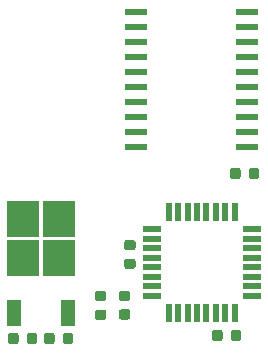
<source format=gbr>
G04 #@! TF.GenerationSoftware,KiCad,Pcbnew,(5.1.0-0)*
G04 #@! TF.CreationDate,2019-04-29T17:32:57-05:00*
G04 #@! TF.ProjectId,splitflap-pcb,73706c69-7466-46c6-9170-2d7063622e6b,rev?*
G04 #@! TF.SameCoordinates,Original*
G04 #@! TF.FileFunction,Paste,Top*
G04 #@! TF.FilePolarity,Positive*
%FSLAX46Y46*%
G04 Gerber Fmt 4.6, Leading zero omitted, Abs format (unit mm)*
G04 Created by KiCad (PCBNEW (5.1.0-0)) date 2019-04-29 17:32:57*
%MOMM*%
%LPD*%
G04 APERTURE LIST*
%ADD10R,2.750000X3.050000*%
%ADD11R,1.200000X2.200000*%
%ADD12R,1.950000X0.600000*%
%ADD13R,1.600000X0.550000*%
%ADD14R,0.550000X1.600000*%
%ADD15C,0.100000*%
%ADD16C,0.875000*%
G04 APERTURE END LIST*
D10*
X113717000Y-122943000D03*
X110667000Y-119593000D03*
X110667000Y-122943000D03*
X113717000Y-119593000D03*
D11*
X114472000Y-127568000D03*
X109912000Y-127568000D03*
D12*
X129700000Y-113513000D03*
X129700000Y-112243000D03*
X129700000Y-110973000D03*
X129700000Y-109703000D03*
X129700000Y-108433000D03*
X129700000Y-107163000D03*
X129700000Y-105893000D03*
X129700000Y-104623000D03*
X129700000Y-103353000D03*
X129700000Y-102083000D03*
X120300000Y-102083000D03*
X120300000Y-103353000D03*
X120300000Y-104623000D03*
X120300000Y-105893000D03*
X120300000Y-107163000D03*
X120300000Y-108433000D03*
X120300000Y-109703000D03*
X120300000Y-110973000D03*
X120300000Y-112243000D03*
X120300000Y-113513000D03*
D13*
X130082000Y-126092000D03*
X130082000Y-125292000D03*
X130082000Y-124492000D03*
X130082000Y-123692000D03*
X130082000Y-122892000D03*
X130082000Y-122092000D03*
X130082000Y-121292000D03*
X130082000Y-120492000D03*
D14*
X128632000Y-119042000D03*
X127832000Y-119042000D03*
X127032000Y-119042000D03*
X126232000Y-119042000D03*
X125432000Y-119042000D03*
X124632000Y-119042000D03*
X123832000Y-119042000D03*
X123032000Y-119042000D03*
D13*
X121582000Y-120492000D03*
X121582000Y-121292000D03*
X121582000Y-122092000D03*
X121582000Y-122892000D03*
X121582000Y-123692000D03*
X121582000Y-124492000D03*
X121582000Y-125292000D03*
X121582000Y-126092000D03*
D14*
X123032000Y-127542000D03*
X123832000Y-127542000D03*
X124632000Y-127542000D03*
X125432000Y-127542000D03*
X126232000Y-127542000D03*
X127032000Y-127542000D03*
X127832000Y-127542000D03*
X128632000Y-127542000D03*
D15*
G36*
X113168691Y-129244053D02*
G01*
X113189926Y-129247203D01*
X113210750Y-129252419D01*
X113230962Y-129259651D01*
X113250368Y-129268830D01*
X113268781Y-129279866D01*
X113286024Y-129292654D01*
X113301930Y-129307070D01*
X113316346Y-129322976D01*
X113329134Y-129340219D01*
X113340170Y-129358632D01*
X113349349Y-129378038D01*
X113356581Y-129398250D01*
X113361797Y-129419074D01*
X113364947Y-129440309D01*
X113366000Y-129461750D01*
X113366000Y-129974250D01*
X113364947Y-129995691D01*
X113361797Y-130016926D01*
X113356581Y-130037750D01*
X113349349Y-130057962D01*
X113340170Y-130077368D01*
X113329134Y-130095781D01*
X113316346Y-130113024D01*
X113301930Y-130128930D01*
X113286024Y-130143346D01*
X113268781Y-130156134D01*
X113250368Y-130167170D01*
X113230962Y-130176349D01*
X113210750Y-130183581D01*
X113189926Y-130188797D01*
X113168691Y-130191947D01*
X113147250Y-130193000D01*
X112709750Y-130193000D01*
X112688309Y-130191947D01*
X112667074Y-130188797D01*
X112646250Y-130183581D01*
X112626038Y-130176349D01*
X112606632Y-130167170D01*
X112588219Y-130156134D01*
X112570976Y-130143346D01*
X112555070Y-130128930D01*
X112540654Y-130113024D01*
X112527866Y-130095781D01*
X112516830Y-130077368D01*
X112507651Y-130057962D01*
X112500419Y-130037750D01*
X112495203Y-130016926D01*
X112492053Y-129995691D01*
X112491000Y-129974250D01*
X112491000Y-129461750D01*
X112492053Y-129440309D01*
X112495203Y-129419074D01*
X112500419Y-129398250D01*
X112507651Y-129378038D01*
X112516830Y-129358632D01*
X112527866Y-129340219D01*
X112540654Y-129322976D01*
X112555070Y-129307070D01*
X112570976Y-129292654D01*
X112588219Y-129279866D01*
X112606632Y-129268830D01*
X112626038Y-129259651D01*
X112646250Y-129252419D01*
X112667074Y-129247203D01*
X112688309Y-129244053D01*
X112709750Y-129243000D01*
X113147250Y-129243000D01*
X113168691Y-129244053D01*
X113168691Y-129244053D01*
G37*
D16*
X112928500Y-129718000D03*
D15*
G36*
X114743691Y-129244053D02*
G01*
X114764926Y-129247203D01*
X114785750Y-129252419D01*
X114805962Y-129259651D01*
X114825368Y-129268830D01*
X114843781Y-129279866D01*
X114861024Y-129292654D01*
X114876930Y-129307070D01*
X114891346Y-129322976D01*
X114904134Y-129340219D01*
X114915170Y-129358632D01*
X114924349Y-129378038D01*
X114931581Y-129398250D01*
X114936797Y-129419074D01*
X114939947Y-129440309D01*
X114941000Y-129461750D01*
X114941000Y-129974250D01*
X114939947Y-129995691D01*
X114936797Y-130016926D01*
X114931581Y-130037750D01*
X114924349Y-130057962D01*
X114915170Y-130077368D01*
X114904134Y-130095781D01*
X114891346Y-130113024D01*
X114876930Y-130128930D01*
X114861024Y-130143346D01*
X114843781Y-130156134D01*
X114825368Y-130167170D01*
X114805962Y-130176349D01*
X114785750Y-130183581D01*
X114764926Y-130188797D01*
X114743691Y-130191947D01*
X114722250Y-130193000D01*
X114284750Y-130193000D01*
X114263309Y-130191947D01*
X114242074Y-130188797D01*
X114221250Y-130183581D01*
X114201038Y-130176349D01*
X114181632Y-130167170D01*
X114163219Y-130156134D01*
X114145976Y-130143346D01*
X114130070Y-130128930D01*
X114115654Y-130113024D01*
X114102866Y-130095781D01*
X114091830Y-130077368D01*
X114082651Y-130057962D01*
X114075419Y-130037750D01*
X114070203Y-130016926D01*
X114067053Y-129995691D01*
X114066000Y-129974250D01*
X114066000Y-129461750D01*
X114067053Y-129440309D01*
X114070203Y-129419074D01*
X114075419Y-129398250D01*
X114082651Y-129378038D01*
X114091830Y-129358632D01*
X114102866Y-129340219D01*
X114115654Y-129322976D01*
X114130070Y-129307070D01*
X114145976Y-129292654D01*
X114163219Y-129279866D01*
X114181632Y-129268830D01*
X114201038Y-129259651D01*
X114221250Y-129252419D01*
X114242074Y-129247203D01*
X114263309Y-129244053D01*
X114284750Y-129243000D01*
X114722250Y-129243000D01*
X114743691Y-129244053D01*
X114743691Y-129244053D01*
G37*
D16*
X114503500Y-129718000D03*
D15*
G36*
X110120691Y-129244053D02*
G01*
X110141926Y-129247203D01*
X110162750Y-129252419D01*
X110182962Y-129259651D01*
X110202368Y-129268830D01*
X110220781Y-129279866D01*
X110238024Y-129292654D01*
X110253930Y-129307070D01*
X110268346Y-129322976D01*
X110281134Y-129340219D01*
X110292170Y-129358632D01*
X110301349Y-129378038D01*
X110308581Y-129398250D01*
X110313797Y-129419074D01*
X110316947Y-129440309D01*
X110318000Y-129461750D01*
X110318000Y-129974250D01*
X110316947Y-129995691D01*
X110313797Y-130016926D01*
X110308581Y-130037750D01*
X110301349Y-130057962D01*
X110292170Y-130077368D01*
X110281134Y-130095781D01*
X110268346Y-130113024D01*
X110253930Y-130128930D01*
X110238024Y-130143346D01*
X110220781Y-130156134D01*
X110202368Y-130167170D01*
X110182962Y-130176349D01*
X110162750Y-130183581D01*
X110141926Y-130188797D01*
X110120691Y-130191947D01*
X110099250Y-130193000D01*
X109661750Y-130193000D01*
X109640309Y-130191947D01*
X109619074Y-130188797D01*
X109598250Y-130183581D01*
X109578038Y-130176349D01*
X109558632Y-130167170D01*
X109540219Y-130156134D01*
X109522976Y-130143346D01*
X109507070Y-130128930D01*
X109492654Y-130113024D01*
X109479866Y-130095781D01*
X109468830Y-130077368D01*
X109459651Y-130057962D01*
X109452419Y-130037750D01*
X109447203Y-130016926D01*
X109444053Y-129995691D01*
X109443000Y-129974250D01*
X109443000Y-129461750D01*
X109444053Y-129440309D01*
X109447203Y-129419074D01*
X109452419Y-129398250D01*
X109459651Y-129378038D01*
X109468830Y-129358632D01*
X109479866Y-129340219D01*
X109492654Y-129322976D01*
X109507070Y-129307070D01*
X109522976Y-129292654D01*
X109540219Y-129279866D01*
X109558632Y-129268830D01*
X109578038Y-129259651D01*
X109598250Y-129252419D01*
X109619074Y-129247203D01*
X109640309Y-129244053D01*
X109661750Y-129243000D01*
X110099250Y-129243000D01*
X110120691Y-129244053D01*
X110120691Y-129244053D01*
G37*
D16*
X109880500Y-129718000D03*
D15*
G36*
X111695691Y-129244053D02*
G01*
X111716926Y-129247203D01*
X111737750Y-129252419D01*
X111757962Y-129259651D01*
X111777368Y-129268830D01*
X111795781Y-129279866D01*
X111813024Y-129292654D01*
X111828930Y-129307070D01*
X111843346Y-129322976D01*
X111856134Y-129340219D01*
X111867170Y-129358632D01*
X111876349Y-129378038D01*
X111883581Y-129398250D01*
X111888797Y-129419074D01*
X111891947Y-129440309D01*
X111893000Y-129461750D01*
X111893000Y-129974250D01*
X111891947Y-129995691D01*
X111888797Y-130016926D01*
X111883581Y-130037750D01*
X111876349Y-130057962D01*
X111867170Y-130077368D01*
X111856134Y-130095781D01*
X111843346Y-130113024D01*
X111828930Y-130128930D01*
X111813024Y-130143346D01*
X111795781Y-130156134D01*
X111777368Y-130167170D01*
X111757962Y-130176349D01*
X111737750Y-130183581D01*
X111716926Y-130188797D01*
X111695691Y-130191947D01*
X111674250Y-130193000D01*
X111236750Y-130193000D01*
X111215309Y-130191947D01*
X111194074Y-130188797D01*
X111173250Y-130183581D01*
X111153038Y-130176349D01*
X111133632Y-130167170D01*
X111115219Y-130156134D01*
X111097976Y-130143346D01*
X111082070Y-130128930D01*
X111067654Y-130113024D01*
X111054866Y-130095781D01*
X111043830Y-130077368D01*
X111034651Y-130057962D01*
X111027419Y-130037750D01*
X111022203Y-130016926D01*
X111019053Y-129995691D01*
X111018000Y-129974250D01*
X111018000Y-129461750D01*
X111019053Y-129440309D01*
X111022203Y-129419074D01*
X111027419Y-129398250D01*
X111034651Y-129378038D01*
X111043830Y-129358632D01*
X111054866Y-129340219D01*
X111067654Y-129322976D01*
X111082070Y-129307070D01*
X111097976Y-129292654D01*
X111115219Y-129279866D01*
X111133632Y-129268830D01*
X111153038Y-129259651D01*
X111173250Y-129252419D01*
X111194074Y-129247203D01*
X111215309Y-129244053D01*
X111236750Y-129243000D01*
X111674250Y-129243000D01*
X111695691Y-129244053D01*
X111695691Y-129244053D01*
G37*
D16*
X111455500Y-129718000D03*
D15*
G36*
X120027691Y-122957053D02*
G01*
X120048926Y-122960203D01*
X120069750Y-122965419D01*
X120089962Y-122972651D01*
X120109368Y-122981830D01*
X120127781Y-122992866D01*
X120145024Y-123005654D01*
X120160930Y-123020070D01*
X120175346Y-123035976D01*
X120188134Y-123053219D01*
X120199170Y-123071632D01*
X120208349Y-123091038D01*
X120215581Y-123111250D01*
X120220797Y-123132074D01*
X120223947Y-123153309D01*
X120225000Y-123174750D01*
X120225000Y-123612250D01*
X120223947Y-123633691D01*
X120220797Y-123654926D01*
X120215581Y-123675750D01*
X120208349Y-123695962D01*
X120199170Y-123715368D01*
X120188134Y-123733781D01*
X120175346Y-123751024D01*
X120160930Y-123766930D01*
X120145024Y-123781346D01*
X120127781Y-123794134D01*
X120109368Y-123805170D01*
X120089962Y-123814349D01*
X120069750Y-123821581D01*
X120048926Y-123826797D01*
X120027691Y-123829947D01*
X120006250Y-123831000D01*
X119493750Y-123831000D01*
X119472309Y-123829947D01*
X119451074Y-123826797D01*
X119430250Y-123821581D01*
X119410038Y-123814349D01*
X119390632Y-123805170D01*
X119372219Y-123794134D01*
X119354976Y-123781346D01*
X119339070Y-123766930D01*
X119324654Y-123751024D01*
X119311866Y-123733781D01*
X119300830Y-123715368D01*
X119291651Y-123695962D01*
X119284419Y-123675750D01*
X119279203Y-123654926D01*
X119276053Y-123633691D01*
X119275000Y-123612250D01*
X119275000Y-123174750D01*
X119276053Y-123153309D01*
X119279203Y-123132074D01*
X119284419Y-123111250D01*
X119291651Y-123091038D01*
X119300830Y-123071632D01*
X119311866Y-123053219D01*
X119324654Y-123035976D01*
X119339070Y-123020070D01*
X119354976Y-123005654D01*
X119372219Y-122992866D01*
X119390632Y-122981830D01*
X119410038Y-122972651D01*
X119430250Y-122965419D01*
X119451074Y-122960203D01*
X119472309Y-122957053D01*
X119493750Y-122956000D01*
X120006250Y-122956000D01*
X120027691Y-122957053D01*
X120027691Y-122957053D01*
G37*
D16*
X119750000Y-123393500D03*
D15*
G36*
X120027691Y-121382053D02*
G01*
X120048926Y-121385203D01*
X120069750Y-121390419D01*
X120089962Y-121397651D01*
X120109368Y-121406830D01*
X120127781Y-121417866D01*
X120145024Y-121430654D01*
X120160930Y-121445070D01*
X120175346Y-121460976D01*
X120188134Y-121478219D01*
X120199170Y-121496632D01*
X120208349Y-121516038D01*
X120215581Y-121536250D01*
X120220797Y-121557074D01*
X120223947Y-121578309D01*
X120225000Y-121599750D01*
X120225000Y-122037250D01*
X120223947Y-122058691D01*
X120220797Y-122079926D01*
X120215581Y-122100750D01*
X120208349Y-122120962D01*
X120199170Y-122140368D01*
X120188134Y-122158781D01*
X120175346Y-122176024D01*
X120160930Y-122191930D01*
X120145024Y-122206346D01*
X120127781Y-122219134D01*
X120109368Y-122230170D01*
X120089962Y-122239349D01*
X120069750Y-122246581D01*
X120048926Y-122251797D01*
X120027691Y-122254947D01*
X120006250Y-122256000D01*
X119493750Y-122256000D01*
X119472309Y-122254947D01*
X119451074Y-122251797D01*
X119430250Y-122246581D01*
X119410038Y-122239349D01*
X119390632Y-122230170D01*
X119372219Y-122219134D01*
X119354976Y-122206346D01*
X119339070Y-122191930D01*
X119324654Y-122176024D01*
X119311866Y-122158781D01*
X119300830Y-122140368D01*
X119291651Y-122120962D01*
X119284419Y-122100750D01*
X119279203Y-122079926D01*
X119276053Y-122058691D01*
X119275000Y-122037250D01*
X119275000Y-121599750D01*
X119276053Y-121578309D01*
X119279203Y-121557074D01*
X119284419Y-121536250D01*
X119291651Y-121516038D01*
X119300830Y-121496632D01*
X119311866Y-121478219D01*
X119324654Y-121460976D01*
X119339070Y-121445070D01*
X119354976Y-121430654D01*
X119372219Y-121417866D01*
X119390632Y-121406830D01*
X119410038Y-121397651D01*
X119430250Y-121390419D01*
X119451074Y-121385203D01*
X119472309Y-121382053D01*
X119493750Y-121381000D01*
X120006250Y-121381000D01*
X120027691Y-121382053D01*
X120027691Y-121382053D01*
G37*
D16*
X119750000Y-121818500D03*
D15*
G36*
X128967691Y-128990053D02*
G01*
X128988926Y-128993203D01*
X129009750Y-128998419D01*
X129029962Y-129005651D01*
X129049368Y-129014830D01*
X129067781Y-129025866D01*
X129085024Y-129038654D01*
X129100930Y-129053070D01*
X129115346Y-129068976D01*
X129128134Y-129086219D01*
X129139170Y-129104632D01*
X129148349Y-129124038D01*
X129155581Y-129144250D01*
X129160797Y-129165074D01*
X129163947Y-129186309D01*
X129165000Y-129207750D01*
X129165000Y-129720250D01*
X129163947Y-129741691D01*
X129160797Y-129762926D01*
X129155581Y-129783750D01*
X129148349Y-129803962D01*
X129139170Y-129823368D01*
X129128134Y-129841781D01*
X129115346Y-129859024D01*
X129100930Y-129874930D01*
X129085024Y-129889346D01*
X129067781Y-129902134D01*
X129049368Y-129913170D01*
X129029962Y-129922349D01*
X129009750Y-129929581D01*
X128988926Y-129934797D01*
X128967691Y-129937947D01*
X128946250Y-129939000D01*
X128508750Y-129939000D01*
X128487309Y-129937947D01*
X128466074Y-129934797D01*
X128445250Y-129929581D01*
X128425038Y-129922349D01*
X128405632Y-129913170D01*
X128387219Y-129902134D01*
X128369976Y-129889346D01*
X128354070Y-129874930D01*
X128339654Y-129859024D01*
X128326866Y-129841781D01*
X128315830Y-129823368D01*
X128306651Y-129803962D01*
X128299419Y-129783750D01*
X128294203Y-129762926D01*
X128291053Y-129741691D01*
X128290000Y-129720250D01*
X128290000Y-129207750D01*
X128291053Y-129186309D01*
X128294203Y-129165074D01*
X128299419Y-129144250D01*
X128306651Y-129124038D01*
X128315830Y-129104632D01*
X128326866Y-129086219D01*
X128339654Y-129068976D01*
X128354070Y-129053070D01*
X128369976Y-129038654D01*
X128387219Y-129025866D01*
X128405632Y-129014830D01*
X128425038Y-129005651D01*
X128445250Y-128998419D01*
X128466074Y-128993203D01*
X128487309Y-128990053D01*
X128508750Y-128989000D01*
X128946250Y-128989000D01*
X128967691Y-128990053D01*
X128967691Y-128990053D01*
G37*
D16*
X128727500Y-129464000D03*
D15*
G36*
X127392691Y-128990053D02*
G01*
X127413926Y-128993203D01*
X127434750Y-128998419D01*
X127454962Y-129005651D01*
X127474368Y-129014830D01*
X127492781Y-129025866D01*
X127510024Y-129038654D01*
X127525930Y-129053070D01*
X127540346Y-129068976D01*
X127553134Y-129086219D01*
X127564170Y-129104632D01*
X127573349Y-129124038D01*
X127580581Y-129144250D01*
X127585797Y-129165074D01*
X127588947Y-129186309D01*
X127590000Y-129207750D01*
X127590000Y-129720250D01*
X127588947Y-129741691D01*
X127585797Y-129762926D01*
X127580581Y-129783750D01*
X127573349Y-129803962D01*
X127564170Y-129823368D01*
X127553134Y-129841781D01*
X127540346Y-129859024D01*
X127525930Y-129874930D01*
X127510024Y-129889346D01*
X127492781Y-129902134D01*
X127474368Y-129913170D01*
X127454962Y-129922349D01*
X127434750Y-129929581D01*
X127413926Y-129934797D01*
X127392691Y-129937947D01*
X127371250Y-129939000D01*
X126933750Y-129939000D01*
X126912309Y-129937947D01*
X126891074Y-129934797D01*
X126870250Y-129929581D01*
X126850038Y-129922349D01*
X126830632Y-129913170D01*
X126812219Y-129902134D01*
X126794976Y-129889346D01*
X126779070Y-129874930D01*
X126764654Y-129859024D01*
X126751866Y-129841781D01*
X126740830Y-129823368D01*
X126731651Y-129803962D01*
X126724419Y-129783750D01*
X126719203Y-129762926D01*
X126716053Y-129741691D01*
X126715000Y-129720250D01*
X126715000Y-129207750D01*
X126716053Y-129186309D01*
X126719203Y-129165074D01*
X126724419Y-129144250D01*
X126731651Y-129124038D01*
X126740830Y-129104632D01*
X126751866Y-129086219D01*
X126764654Y-129068976D01*
X126779070Y-129053070D01*
X126794976Y-129038654D01*
X126812219Y-129025866D01*
X126830632Y-129014830D01*
X126850038Y-129005651D01*
X126870250Y-128998419D01*
X126891074Y-128993203D01*
X126912309Y-128990053D01*
X126933750Y-128989000D01*
X127371250Y-128989000D01*
X127392691Y-128990053D01*
X127392691Y-128990053D01*
G37*
D16*
X127152500Y-129464000D03*
D15*
G36*
X117549691Y-127275053D02*
G01*
X117570926Y-127278203D01*
X117591750Y-127283419D01*
X117611962Y-127290651D01*
X117631368Y-127299830D01*
X117649781Y-127310866D01*
X117667024Y-127323654D01*
X117682930Y-127338070D01*
X117697346Y-127353976D01*
X117710134Y-127371219D01*
X117721170Y-127389632D01*
X117730349Y-127409038D01*
X117737581Y-127429250D01*
X117742797Y-127450074D01*
X117745947Y-127471309D01*
X117747000Y-127492750D01*
X117747000Y-127930250D01*
X117745947Y-127951691D01*
X117742797Y-127972926D01*
X117737581Y-127993750D01*
X117730349Y-128013962D01*
X117721170Y-128033368D01*
X117710134Y-128051781D01*
X117697346Y-128069024D01*
X117682930Y-128084930D01*
X117667024Y-128099346D01*
X117649781Y-128112134D01*
X117631368Y-128123170D01*
X117611962Y-128132349D01*
X117591750Y-128139581D01*
X117570926Y-128144797D01*
X117549691Y-128147947D01*
X117528250Y-128149000D01*
X117015750Y-128149000D01*
X116994309Y-128147947D01*
X116973074Y-128144797D01*
X116952250Y-128139581D01*
X116932038Y-128132349D01*
X116912632Y-128123170D01*
X116894219Y-128112134D01*
X116876976Y-128099346D01*
X116861070Y-128084930D01*
X116846654Y-128069024D01*
X116833866Y-128051781D01*
X116822830Y-128033368D01*
X116813651Y-128013962D01*
X116806419Y-127993750D01*
X116801203Y-127972926D01*
X116798053Y-127951691D01*
X116797000Y-127930250D01*
X116797000Y-127492750D01*
X116798053Y-127471309D01*
X116801203Y-127450074D01*
X116806419Y-127429250D01*
X116813651Y-127409038D01*
X116822830Y-127389632D01*
X116833866Y-127371219D01*
X116846654Y-127353976D01*
X116861070Y-127338070D01*
X116876976Y-127323654D01*
X116894219Y-127310866D01*
X116912632Y-127299830D01*
X116932038Y-127290651D01*
X116952250Y-127283419D01*
X116973074Y-127278203D01*
X116994309Y-127275053D01*
X117015750Y-127274000D01*
X117528250Y-127274000D01*
X117549691Y-127275053D01*
X117549691Y-127275053D01*
G37*
D16*
X117272000Y-127711500D03*
D15*
G36*
X117549691Y-125700053D02*
G01*
X117570926Y-125703203D01*
X117591750Y-125708419D01*
X117611962Y-125715651D01*
X117631368Y-125724830D01*
X117649781Y-125735866D01*
X117667024Y-125748654D01*
X117682930Y-125763070D01*
X117697346Y-125778976D01*
X117710134Y-125796219D01*
X117721170Y-125814632D01*
X117730349Y-125834038D01*
X117737581Y-125854250D01*
X117742797Y-125875074D01*
X117745947Y-125896309D01*
X117747000Y-125917750D01*
X117747000Y-126355250D01*
X117745947Y-126376691D01*
X117742797Y-126397926D01*
X117737581Y-126418750D01*
X117730349Y-126438962D01*
X117721170Y-126458368D01*
X117710134Y-126476781D01*
X117697346Y-126494024D01*
X117682930Y-126509930D01*
X117667024Y-126524346D01*
X117649781Y-126537134D01*
X117631368Y-126548170D01*
X117611962Y-126557349D01*
X117591750Y-126564581D01*
X117570926Y-126569797D01*
X117549691Y-126572947D01*
X117528250Y-126574000D01*
X117015750Y-126574000D01*
X116994309Y-126572947D01*
X116973074Y-126569797D01*
X116952250Y-126564581D01*
X116932038Y-126557349D01*
X116912632Y-126548170D01*
X116894219Y-126537134D01*
X116876976Y-126524346D01*
X116861070Y-126509930D01*
X116846654Y-126494024D01*
X116833866Y-126476781D01*
X116822830Y-126458368D01*
X116813651Y-126438962D01*
X116806419Y-126418750D01*
X116801203Y-126397926D01*
X116798053Y-126376691D01*
X116797000Y-126355250D01*
X116797000Y-125917750D01*
X116798053Y-125896309D01*
X116801203Y-125875074D01*
X116806419Y-125854250D01*
X116813651Y-125834038D01*
X116822830Y-125814632D01*
X116833866Y-125796219D01*
X116846654Y-125778976D01*
X116861070Y-125763070D01*
X116876976Y-125748654D01*
X116894219Y-125735866D01*
X116912632Y-125724830D01*
X116932038Y-125715651D01*
X116952250Y-125708419D01*
X116973074Y-125703203D01*
X116994309Y-125700053D01*
X117015750Y-125699000D01*
X117528250Y-125699000D01*
X117549691Y-125700053D01*
X117549691Y-125700053D01*
G37*
D16*
X117272000Y-126136500D03*
D15*
G36*
X119581691Y-127253053D02*
G01*
X119602926Y-127256203D01*
X119623750Y-127261419D01*
X119643962Y-127268651D01*
X119663368Y-127277830D01*
X119681781Y-127288866D01*
X119699024Y-127301654D01*
X119714930Y-127316070D01*
X119729346Y-127331976D01*
X119742134Y-127349219D01*
X119753170Y-127367632D01*
X119762349Y-127387038D01*
X119769581Y-127407250D01*
X119774797Y-127428074D01*
X119777947Y-127449309D01*
X119779000Y-127470750D01*
X119779000Y-127908250D01*
X119777947Y-127929691D01*
X119774797Y-127950926D01*
X119769581Y-127971750D01*
X119762349Y-127991962D01*
X119753170Y-128011368D01*
X119742134Y-128029781D01*
X119729346Y-128047024D01*
X119714930Y-128062930D01*
X119699024Y-128077346D01*
X119681781Y-128090134D01*
X119663368Y-128101170D01*
X119643962Y-128110349D01*
X119623750Y-128117581D01*
X119602926Y-128122797D01*
X119581691Y-128125947D01*
X119560250Y-128127000D01*
X119047750Y-128127000D01*
X119026309Y-128125947D01*
X119005074Y-128122797D01*
X118984250Y-128117581D01*
X118964038Y-128110349D01*
X118944632Y-128101170D01*
X118926219Y-128090134D01*
X118908976Y-128077346D01*
X118893070Y-128062930D01*
X118878654Y-128047024D01*
X118865866Y-128029781D01*
X118854830Y-128011368D01*
X118845651Y-127991962D01*
X118838419Y-127971750D01*
X118833203Y-127950926D01*
X118830053Y-127929691D01*
X118829000Y-127908250D01*
X118829000Y-127470750D01*
X118830053Y-127449309D01*
X118833203Y-127428074D01*
X118838419Y-127407250D01*
X118845651Y-127387038D01*
X118854830Y-127367632D01*
X118865866Y-127349219D01*
X118878654Y-127331976D01*
X118893070Y-127316070D01*
X118908976Y-127301654D01*
X118926219Y-127288866D01*
X118944632Y-127277830D01*
X118964038Y-127268651D01*
X118984250Y-127261419D01*
X119005074Y-127256203D01*
X119026309Y-127253053D01*
X119047750Y-127252000D01*
X119560250Y-127252000D01*
X119581691Y-127253053D01*
X119581691Y-127253053D01*
G37*
D16*
X119304000Y-127689500D03*
D15*
G36*
X119581691Y-125678053D02*
G01*
X119602926Y-125681203D01*
X119623750Y-125686419D01*
X119643962Y-125693651D01*
X119663368Y-125702830D01*
X119681781Y-125713866D01*
X119699024Y-125726654D01*
X119714930Y-125741070D01*
X119729346Y-125756976D01*
X119742134Y-125774219D01*
X119753170Y-125792632D01*
X119762349Y-125812038D01*
X119769581Y-125832250D01*
X119774797Y-125853074D01*
X119777947Y-125874309D01*
X119779000Y-125895750D01*
X119779000Y-126333250D01*
X119777947Y-126354691D01*
X119774797Y-126375926D01*
X119769581Y-126396750D01*
X119762349Y-126416962D01*
X119753170Y-126436368D01*
X119742134Y-126454781D01*
X119729346Y-126472024D01*
X119714930Y-126487930D01*
X119699024Y-126502346D01*
X119681781Y-126515134D01*
X119663368Y-126526170D01*
X119643962Y-126535349D01*
X119623750Y-126542581D01*
X119602926Y-126547797D01*
X119581691Y-126550947D01*
X119560250Y-126552000D01*
X119047750Y-126552000D01*
X119026309Y-126550947D01*
X119005074Y-126547797D01*
X118984250Y-126542581D01*
X118964038Y-126535349D01*
X118944632Y-126526170D01*
X118926219Y-126515134D01*
X118908976Y-126502346D01*
X118893070Y-126487930D01*
X118878654Y-126472024D01*
X118865866Y-126454781D01*
X118854830Y-126436368D01*
X118845651Y-126416962D01*
X118838419Y-126396750D01*
X118833203Y-126375926D01*
X118830053Y-126354691D01*
X118829000Y-126333250D01*
X118829000Y-125895750D01*
X118830053Y-125874309D01*
X118833203Y-125853074D01*
X118838419Y-125832250D01*
X118845651Y-125812038D01*
X118854830Y-125792632D01*
X118865866Y-125774219D01*
X118878654Y-125756976D01*
X118893070Y-125741070D01*
X118908976Y-125726654D01*
X118926219Y-125713866D01*
X118944632Y-125702830D01*
X118964038Y-125693651D01*
X118984250Y-125686419D01*
X119005074Y-125681203D01*
X119026309Y-125678053D01*
X119047750Y-125677000D01*
X119560250Y-125677000D01*
X119581691Y-125678053D01*
X119581691Y-125678053D01*
G37*
D16*
X119304000Y-126114500D03*
D15*
G36*
X128916691Y-115274053D02*
G01*
X128937926Y-115277203D01*
X128958750Y-115282419D01*
X128978962Y-115289651D01*
X128998368Y-115298830D01*
X129016781Y-115309866D01*
X129034024Y-115322654D01*
X129049930Y-115337070D01*
X129064346Y-115352976D01*
X129077134Y-115370219D01*
X129088170Y-115388632D01*
X129097349Y-115408038D01*
X129104581Y-115428250D01*
X129109797Y-115449074D01*
X129112947Y-115470309D01*
X129114000Y-115491750D01*
X129114000Y-116004250D01*
X129112947Y-116025691D01*
X129109797Y-116046926D01*
X129104581Y-116067750D01*
X129097349Y-116087962D01*
X129088170Y-116107368D01*
X129077134Y-116125781D01*
X129064346Y-116143024D01*
X129049930Y-116158930D01*
X129034024Y-116173346D01*
X129016781Y-116186134D01*
X128998368Y-116197170D01*
X128978962Y-116206349D01*
X128958750Y-116213581D01*
X128937926Y-116218797D01*
X128916691Y-116221947D01*
X128895250Y-116223000D01*
X128457750Y-116223000D01*
X128436309Y-116221947D01*
X128415074Y-116218797D01*
X128394250Y-116213581D01*
X128374038Y-116206349D01*
X128354632Y-116197170D01*
X128336219Y-116186134D01*
X128318976Y-116173346D01*
X128303070Y-116158930D01*
X128288654Y-116143024D01*
X128275866Y-116125781D01*
X128264830Y-116107368D01*
X128255651Y-116087962D01*
X128248419Y-116067750D01*
X128243203Y-116046926D01*
X128240053Y-116025691D01*
X128239000Y-116004250D01*
X128239000Y-115491750D01*
X128240053Y-115470309D01*
X128243203Y-115449074D01*
X128248419Y-115428250D01*
X128255651Y-115408038D01*
X128264830Y-115388632D01*
X128275866Y-115370219D01*
X128288654Y-115352976D01*
X128303070Y-115337070D01*
X128318976Y-115322654D01*
X128336219Y-115309866D01*
X128354632Y-115298830D01*
X128374038Y-115289651D01*
X128394250Y-115282419D01*
X128415074Y-115277203D01*
X128436309Y-115274053D01*
X128457750Y-115273000D01*
X128895250Y-115273000D01*
X128916691Y-115274053D01*
X128916691Y-115274053D01*
G37*
D16*
X128676500Y-115748000D03*
D15*
G36*
X130491691Y-115274053D02*
G01*
X130512926Y-115277203D01*
X130533750Y-115282419D01*
X130553962Y-115289651D01*
X130573368Y-115298830D01*
X130591781Y-115309866D01*
X130609024Y-115322654D01*
X130624930Y-115337070D01*
X130639346Y-115352976D01*
X130652134Y-115370219D01*
X130663170Y-115388632D01*
X130672349Y-115408038D01*
X130679581Y-115428250D01*
X130684797Y-115449074D01*
X130687947Y-115470309D01*
X130689000Y-115491750D01*
X130689000Y-116004250D01*
X130687947Y-116025691D01*
X130684797Y-116046926D01*
X130679581Y-116067750D01*
X130672349Y-116087962D01*
X130663170Y-116107368D01*
X130652134Y-116125781D01*
X130639346Y-116143024D01*
X130624930Y-116158930D01*
X130609024Y-116173346D01*
X130591781Y-116186134D01*
X130573368Y-116197170D01*
X130553962Y-116206349D01*
X130533750Y-116213581D01*
X130512926Y-116218797D01*
X130491691Y-116221947D01*
X130470250Y-116223000D01*
X130032750Y-116223000D01*
X130011309Y-116221947D01*
X129990074Y-116218797D01*
X129969250Y-116213581D01*
X129949038Y-116206349D01*
X129929632Y-116197170D01*
X129911219Y-116186134D01*
X129893976Y-116173346D01*
X129878070Y-116158930D01*
X129863654Y-116143024D01*
X129850866Y-116125781D01*
X129839830Y-116107368D01*
X129830651Y-116087962D01*
X129823419Y-116067750D01*
X129818203Y-116046926D01*
X129815053Y-116025691D01*
X129814000Y-116004250D01*
X129814000Y-115491750D01*
X129815053Y-115470309D01*
X129818203Y-115449074D01*
X129823419Y-115428250D01*
X129830651Y-115408038D01*
X129839830Y-115388632D01*
X129850866Y-115370219D01*
X129863654Y-115352976D01*
X129878070Y-115337070D01*
X129893976Y-115322654D01*
X129911219Y-115309866D01*
X129929632Y-115298830D01*
X129949038Y-115289651D01*
X129969250Y-115282419D01*
X129990074Y-115277203D01*
X130011309Y-115274053D01*
X130032750Y-115273000D01*
X130470250Y-115273000D01*
X130491691Y-115274053D01*
X130491691Y-115274053D01*
G37*
D16*
X130251500Y-115748000D03*
M02*

</source>
